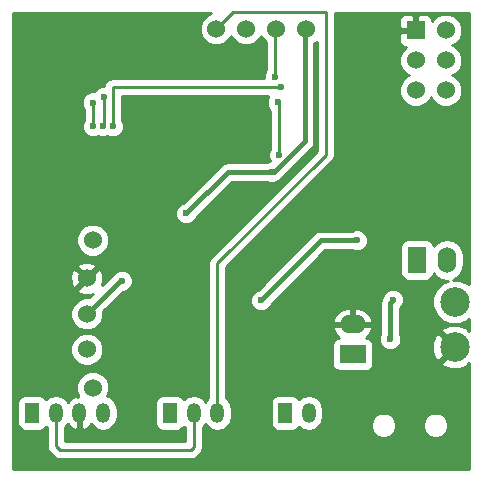
<source format=gbl>
G04 #@! TF.FileFunction,Copper,L2,Bot,Signal*
%FSLAX46Y46*%
G04 Gerber Fmt 4.6, Leading zero omitted, Abs format (unit mm)*
G04 Created by KiCad (PCBNEW 0.201512031508+6343~38~ubuntu14.04.1-stable) date Do 07 Jan 2016 08:44:42 CET*
%MOMM*%
G01*
G04 APERTURE LIST*
%ADD10C,0.150000*%
%ADD11C,1.524000*%
%ADD12R,1.524000X1.524000*%
%ADD13C,2.499360*%
%ADD14R,1.198880X1.699260*%
%ADD15O,1.198880X1.699260*%
%ADD16R,1.524000X2.199640*%
%ADD17O,1.524000X2.199640*%
%ADD18R,2.199640X1.524000*%
%ADD19O,2.199640X1.524000*%
%ADD20C,0.600000*%
%ADD21C,0.400000*%
%ADD22C,0.250000*%
%ADD23C,0.254000*%
G04 APERTURE END LIST*
D10*
D11*
X25527000Y37973000D03*
X22987000Y37973000D03*
X20447000Y37973000D03*
X17907000Y37973000D03*
D12*
X34798000Y37846000D03*
D11*
X37338000Y37846000D03*
X34798000Y35306000D03*
X37338000Y35306000D03*
X34798000Y32766000D03*
X37338000Y32766000D03*
D13*
X38100000Y14859000D03*
X38100000Y11049000D03*
D14*
X2334260Y5461000D03*
D15*
X4333240Y5461000D03*
X6334760Y5461000D03*
X8333740Y5461000D03*
D14*
X14003020Y5461000D03*
D15*
X16002000Y5461000D03*
X18000980Y5461000D03*
D14*
X23764240Y5461000D03*
D15*
X25765760Y5461000D03*
D16*
X34925000Y18415000D03*
D17*
X37465000Y18415000D03*
D18*
X29464000Y10414000D03*
D19*
X29464000Y12954000D03*
D11*
X6964000Y10843000D03*
X6964000Y13843000D03*
X6964000Y16843000D03*
X7464000Y7593000D03*
X7464000Y20093000D03*
D20*
X32893000Y15049500D03*
X32639000Y11684000D03*
X29845000Y20066000D03*
X21717000Y14986000D03*
X22733000Y8890000D03*
X15938500Y18859500D03*
X37592000Y26924000D03*
X31877000Y2667000D03*
X27559000Y21590000D03*
X15748000Y24130000D03*
X3683000Y23241000D03*
X22860000Y33918980D03*
X23368000Y33020000D03*
X9151975Y29719340D03*
X8297434Y29748711D03*
X8382000Y32190031D03*
X7498016Y29717896D03*
X7469966Y31740020D03*
X23114000Y31750000D03*
X23241000Y27305000D03*
X9936500Y16645002D03*
X15367000Y22352000D03*
X22615980Y25883634D03*
D21*
X32639000Y11684000D02*
X32639000Y14795500D01*
X32639000Y14795500D02*
X32893000Y15049500D01*
X21717000Y14986000D02*
X26797000Y20066000D01*
X26797000Y20066000D02*
X29845000Y20066000D01*
D22*
X22860000Y38100000D02*
X22860000Y33918980D01*
X9151975Y29719340D02*
X9151975Y33020000D01*
X9151975Y33020000D02*
X22943736Y33020000D01*
X22943736Y33020000D02*
X23368000Y33020000D01*
X8382000Y29833277D02*
X8297434Y29748711D01*
X8382000Y32190031D02*
X8382000Y29833277D01*
X7469966Y29745946D02*
X7498016Y29717896D01*
X7469966Y31740020D02*
X7469966Y29745946D01*
X17907000Y37973000D02*
X19304000Y39370000D01*
X19304000Y39370000D02*
X27178000Y39370000D01*
X27178000Y39370000D02*
X27178000Y27305000D01*
X27178000Y27305000D02*
X18000980Y18127980D01*
X18000980Y18127980D02*
X18000980Y5461000D01*
X4333240Y5461000D02*
X4333240Y2651760D01*
X4333240Y2651760D02*
X4699000Y2286000D01*
X4699000Y2286000D02*
X15748000Y2286000D01*
X15748000Y2286000D02*
X16002000Y2540000D01*
X16002000Y2540000D02*
X16002000Y5461000D01*
X23241000Y27305000D02*
X23241000Y31623000D01*
X23241000Y31623000D02*
X23114000Y31750000D01*
D21*
X6964000Y13843000D02*
X9766002Y16645002D01*
X9766002Y16645002D02*
X9936500Y16645002D01*
X22615980Y25883634D02*
X18898634Y25883634D01*
X18898634Y25883634D02*
X15367000Y22352000D01*
X22813999Y25862001D02*
X22637613Y25862001D01*
X23113998Y26162000D02*
X22813999Y25862001D01*
X25400000Y38100000D02*
X25400000Y28448002D01*
X22637613Y25862001D02*
X22615980Y25883634D01*
X25400000Y28448002D02*
X23113998Y26162000D01*
D23*
G36*
X17116697Y39158010D02*
X16723371Y38765370D01*
X16510243Y38252100D01*
X16509758Y37696339D01*
X16721990Y37182697D01*
X17114630Y36789371D01*
X17627900Y36576243D01*
X18183661Y36575758D01*
X18697303Y36787990D01*
X19090629Y37180630D01*
X19176949Y37388512D01*
X19261990Y37182697D01*
X19654630Y36789371D01*
X20167900Y36576243D01*
X20723661Y36575758D01*
X21237303Y36787990D01*
X21630629Y37180630D01*
X21716949Y37388512D01*
X21801990Y37182697D01*
X22100000Y36884166D01*
X22100000Y34481443D01*
X22067808Y34449307D01*
X21925162Y34105779D01*
X21924878Y33780000D01*
X9151975Y33780000D01*
X8861136Y33722148D01*
X8614574Y33557401D01*
X8449827Y33310839D01*
X8412862Y33125005D01*
X8196833Y33125193D01*
X7853057Y32983148D01*
X7589808Y32720358D01*
X7570946Y32674933D01*
X7284799Y32675182D01*
X6941023Y32533137D01*
X6677774Y32270347D01*
X6535128Y31926819D01*
X6534804Y31554853D01*
X6676849Y31211077D01*
X6709966Y31177902D01*
X6709966Y30252358D01*
X6705824Y30248223D01*
X6563178Y29904695D01*
X6562854Y29532729D01*
X6704899Y29188953D01*
X6967689Y28925704D01*
X7311217Y28783058D01*
X7683183Y28782734D01*
X7935025Y28886793D01*
X8110635Y28813873D01*
X8482601Y28813549D01*
X8689422Y28899006D01*
X8965176Y28784502D01*
X9337142Y28784178D01*
X9680918Y28926223D01*
X9944167Y29189013D01*
X10086813Y29532541D01*
X10087137Y29904507D01*
X9945092Y30248283D01*
X9911975Y30281458D01*
X9911975Y32260000D01*
X22313367Y32260000D01*
X22179162Y31936799D01*
X22178838Y31564833D01*
X22320883Y31221057D01*
X22481000Y31060660D01*
X22481000Y27867463D01*
X22448808Y27835327D01*
X22306162Y27491799D01*
X22305838Y27119833D01*
X22430310Y26818588D01*
X22188402Y26718634D01*
X18898634Y26718634D01*
X18579094Y26655074D01*
X18308200Y26474068D01*
X15078667Y23244535D01*
X14838057Y23145117D01*
X14574808Y22882327D01*
X14432162Y22538799D01*
X14431838Y22166833D01*
X14573883Y21823057D01*
X14836673Y21559808D01*
X15180201Y21417162D01*
X15552167Y21416838D01*
X15895943Y21558883D01*
X16159192Y21821673D01*
X16259778Y22063910D01*
X19244502Y25048634D01*
X22188746Y25048634D01*
X22429181Y24948796D01*
X22801147Y24948472D01*
X23144923Y25090517D01*
X23168102Y25113656D01*
X23404433Y25271567D01*
X25990434Y27857568D01*
X26090380Y28007148D01*
X26171439Y28128461D01*
X26235000Y28448002D01*
X26235000Y36753983D01*
X26317303Y36787990D01*
X26418000Y36888511D01*
X26418000Y27619802D01*
X17463579Y18665381D01*
X17298832Y18418819D01*
X17240980Y18127980D01*
X17240980Y6688582D01*
X17128099Y6613157D01*
X17001490Y6423673D01*
X16874881Y6613157D01*
X16474400Y6880750D01*
X16002000Y6974716D01*
X15529600Y6880750D01*
X15152375Y6628696D01*
X15066550Y6762071D01*
X14854350Y6907061D01*
X14602460Y6958070D01*
X13403580Y6958070D01*
X13168263Y6913792D01*
X12952139Y6774720D01*
X12807149Y6562520D01*
X12756140Y6310630D01*
X12756140Y4611370D01*
X12800418Y4376053D01*
X12939490Y4159929D01*
X13151690Y4014939D01*
X13403580Y3963930D01*
X14602460Y3963930D01*
X14837777Y4008208D01*
X15053901Y4147280D01*
X15153267Y4292708D01*
X15242000Y4233418D01*
X15242000Y3046000D01*
X5093240Y3046000D01*
X5093240Y4233418D01*
X5206121Y4308843D01*
X5336318Y4503696D01*
X5505803Y4279432D01*
X5925327Y4033101D01*
X6017239Y4017905D01*
X6207760Y4142643D01*
X6207760Y5334000D01*
X6187760Y5334000D01*
X6187760Y5588000D01*
X6207760Y5588000D01*
X6207760Y5608000D01*
X6461760Y5608000D01*
X6461760Y5588000D01*
X6481760Y5588000D01*
X6481760Y5334000D01*
X6461760Y5334000D01*
X6461760Y4142643D01*
X6652281Y4017905D01*
X6744193Y4033101D01*
X7163717Y4279432D01*
X7331854Y4501912D01*
X7460859Y4308843D01*
X7861340Y4041250D01*
X8333740Y3947284D01*
X8806140Y4041250D01*
X9206621Y4308843D01*
X9474214Y4709324D01*
X9568180Y5181724D01*
X9568180Y5740276D01*
X9474214Y6212676D01*
X9206621Y6613157D01*
X8806140Y6880750D01*
X8690453Y6903762D01*
X8860757Y7313900D01*
X8861242Y7869661D01*
X8649010Y8383303D01*
X8256370Y8776629D01*
X7743100Y8989757D01*
X7187339Y8990242D01*
X6673697Y8778010D01*
X6280371Y8385370D01*
X6067243Y7872100D01*
X6066758Y7316339D01*
X6219931Y6945630D01*
X6207758Y6945630D01*
X6207758Y6779358D01*
X6017239Y6904095D01*
X5925327Y6888899D01*
X5505803Y6642568D01*
X5336318Y6418304D01*
X5206121Y6613157D01*
X4805640Y6880750D01*
X4333240Y6974716D01*
X3860840Y6880750D01*
X3483615Y6628696D01*
X3397790Y6762071D01*
X3185590Y6907061D01*
X2933700Y6958070D01*
X1734820Y6958070D01*
X1499503Y6913792D01*
X1283379Y6774720D01*
X1138389Y6562520D01*
X1087380Y6310630D01*
X1087380Y4611370D01*
X1131658Y4376053D01*
X1270730Y4159929D01*
X1482930Y4014939D01*
X1734820Y3963930D01*
X2933700Y3963930D01*
X3169017Y4008208D01*
X3385141Y4147280D01*
X3484507Y4292708D01*
X3573240Y4233418D01*
X3573240Y2651760D01*
X3631092Y2360921D01*
X3795839Y2114359D01*
X4161599Y1748599D01*
X4408161Y1583852D01*
X4699000Y1526000D01*
X15748000Y1526000D01*
X16038839Y1583852D01*
X16285401Y1748599D01*
X16539401Y2002599D01*
X16704148Y2249160D01*
X16762000Y2540000D01*
X16762000Y4233418D01*
X16874881Y4308843D01*
X17001490Y4498327D01*
X17128099Y4308843D01*
X17528580Y4041250D01*
X18000980Y3947284D01*
X18473380Y4041250D01*
X18873861Y4308843D01*
X19141454Y4709324D01*
X19235420Y5181724D01*
X19235420Y5740276D01*
X19141454Y6212676D01*
X19076004Y6310630D01*
X22517360Y6310630D01*
X22517360Y4611370D01*
X22561638Y4376053D01*
X22700710Y4159929D01*
X22912910Y4014939D01*
X23164800Y3963930D01*
X24363680Y3963930D01*
X24598997Y4008208D01*
X24815121Y4147280D01*
X24915284Y4293873D01*
X25293360Y4041250D01*
X25765760Y3947284D01*
X26238160Y4041250D01*
X26463937Y4192110D01*
X31005592Y4192110D01*
X31170362Y3793337D01*
X31475193Y3487974D01*
X31873677Y3322509D01*
X32305150Y3322132D01*
X32703923Y3486902D01*
X33009286Y3791733D01*
X33174751Y4190217D01*
X33174752Y4192110D01*
X35404872Y4192110D01*
X35569642Y3793337D01*
X35874473Y3487974D01*
X36272957Y3322509D01*
X36704430Y3322132D01*
X37103203Y3486902D01*
X37408566Y3791733D01*
X37574031Y4190217D01*
X37574408Y4621690D01*
X37409638Y5020463D01*
X37104807Y5325826D01*
X36706323Y5491291D01*
X36274850Y5491668D01*
X35876077Y5326898D01*
X35570714Y5022067D01*
X35405249Y4623583D01*
X35404872Y4192110D01*
X33174752Y4192110D01*
X33175128Y4621690D01*
X33010358Y5020463D01*
X32705527Y5325826D01*
X32307043Y5491291D01*
X31875570Y5491668D01*
X31476797Y5326898D01*
X31171434Y5022067D01*
X31005969Y4623583D01*
X31005592Y4192110D01*
X26463937Y4192110D01*
X26638641Y4308843D01*
X26906234Y4709324D01*
X27000200Y5181724D01*
X27000200Y5740276D01*
X26906234Y6212676D01*
X26638641Y6613157D01*
X26238160Y6880750D01*
X25765760Y6974716D01*
X25293360Y6880750D01*
X24914358Y6627509D01*
X24827770Y6762071D01*
X24615570Y6907061D01*
X24363680Y6958070D01*
X23164800Y6958070D01*
X22929483Y6913792D01*
X22713359Y6774720D01*
X22568369Y6562520D01*
X22517360Y6310630D01*
X19076004Y6310630D01*
X18873861Y6613157D01*
X18760980Y6688582D01*
X18760980Y11176000D01*
X27716740Y11176000D01*
X27716740Y9652000D01*
X27761018Y9416683D01*
X27900090Y9200559D01*
X28112290Y9055569D01*
X28364180Y9004560D01*
X30563820Y9004560D01*
X30799137Y9048838D01*
X31015261Y9187910D01*
X31160251Y9400110D01*
X31211260Y9652000D01*
X31211260Y11176000D01*
X31166982Y11411317D01*
X31110667Y11498833D01*
X31703838Y11498833D01*
X31845883Y11155057D01*
X32108673Y10891808D01*
X32452201Y10749162D01*
X32824167Y10748838D01*
X33167943Y10890883D01*
X33431192Y11153673D01*
X33522313Y11373117D01*
X36205929Y11373117D01*
X36226072Y10623616D01*
X36474141Y10024725D01*
X36766911Y9895517D01*
X37920395Y11049000D01*
X36766911Y12202483D01*
X36474141Y12073275D01*
X36205929Y11373117D01*
X33522313Y11373117D01*
X33573838Y11497201D01*
X33574162Y11869167D01*
X33474000Y12111578D01*
X33474000Y14308349D01*
X33685192Y14519173D01*
X33827838Y14862701D01*
X33828162Y15234667D01*
X33686117Y15578443D01*
X33423327Y15841692D01*
X33079799Y15984338D01*
X32707833Y15984662D01*
X32364057Y15842617D01*
X32100808Y15579827D01*
X31973887Y15274169D01*
X31867561Y15115041D01*
X31804000Y14795500D01*
X31804000Y12111234D01*
X31704162Y11870799D01*
X31703838Y11498833D01*
X31110667Y11498833D01*
X31027910Y11627441D01*
X30815710Y11772431D01*
X30586133Y11818921D01*
X30879450Y12055974D01*
X31141080Y12536723D01*
X31156040Y12610930D01*
X31033540Y12827000D01*
X29591000Y12827000D01*
X29591000Y12807000D01*
X29337000Y12807000D01*
X29337000Y12827000D01*
X27894460Y12827000D01*
X27771960Y12610930D01*
X27786920Y12536723D01*
X28048550Y12055974D01*
X28341546Y11819181D01*
X28128863Y11779162D01*
X27912739Y11640090D01*
X27767749Y11427890D01*
X27716740Y11176000D01*
X18760980Y11176000D01*
X18760980Y13297070D01*
X27771960Y13297070D01*
X27894460Y13081000D01*
X29337000Y13081000D01*
X29337000Y14351000D01*
X29591000Y14351000D01*
X29591000Y13081000D01*
X31033540Y13081000D01*
X31156040Y13297070D01*
X31141080Y13371277D01*
X30879450Y13852026D01*
X30453761Y14196059D01*
X29928820Y14351000D01*
X29591000Y14351000D01*
X29337000Y14351000D01*
X28999180Y14351000D01*
X28474239Y14196059D01*
X28048550Y13852026D01*
X27786920Y13371277D01*
X27771960Y13297070D01*
X18760980Y13297070D01*
X18760980Y14800833D01*
X20781838Y14800833D01*
X20923883Y14457057D01*
X21186673Y14193808D01*
X21530201Y14051162D01*
X21902167Y14050838D01*
X22245943Y14192883D01*
X22509192Y14455673D01*
X22609778Y14697910D01*
X27142868Y19231000D01*
X29417766Y19231000D01*
X29658201Y19131162D01*
X30030167Y19130838D01*
X30373943Y19272883D01*
X30637192Y19535673D01*
X30779838Y19879201D01*
X30780162Y20251167D01*
X30638117Y20594943D01*
X30375327Y20858192D01*
X30031799Y21000838D01*
X29659833Y21001162D01*
X29417422Y20901000D01*
X26797000Y20901000D01*
X26477459Y20837439D01*
X26206566Y20656434D01*
X21428667Y15878535D01*
X21188057Y15779117D01*
X20924808Y15516327D01*
X20782162Y15172799D01*
X20781838Y14800833D01*
X18760980Y14800833D01*
X18760980Y17813178D01*
X27715401Y26767599D01*
X27880148Y27014161D01*
X27938000Y27305000D01*
X27938000Y35029339D01*
X33400758Y35029339D01*
X33612990Y34515697D01*
X34005630Y34122371D01*
X34213512Y34036051D01*
X34007697Y33951010D01*
X33614371Y33558370D01*
X33401243Y33045100D01*
X33400758Y32489339D01*
X33612990Y31975697D01*
X34005630Y31582371D01*
X34518900Y31369243D01*
X35074661Y31368758D01*
X35588303Y31580990D01*
X35981629Y31973630D01*
X36067949Y32181512D01*
X36152990Y31975697D01*
X36545630Y31582371D01*
X37058900Y31369243D01*
X37614661Y31368758D01*
X38128303Y31580990D01*
X38521629Y31973630D01*
X38734757Y32486900D01*
X38735242Y33042661D01*
X38523010Y33556303D01*
X38130370Y33949629D01*
X37922488Y34035949D01*
X38128303Y34120990D01*
X38521629Y34513630D01*
X38734757Y35026900D01*
X38735242Y35582661D01*
X38523010Y36096303D01*
X38130370Y36489629D01*
X37922488Y36575949D01*
X38128303Y36660990D01*
X38521629Y37053630D01*
X38734757Y37566900D01*
X38735242Y38122661D01*
X38523010Y38636303D01*
X38130370Y39029629D01*
X37617100Y39242757D01*
X37061339Y39243242D01*
X36547697Y39031010D01*
X36195000Y38678928D01*
X36195000Y38734309D01*
X36098327Y38967698D01*
X35919699Y39146327D01*
X35686310Y39243000D01*
X35083750Y39243000D01*
X34925000Y39084250D01*
X34925000Y37973000D01*
X34945000Y37973000D01*
X34945000Y37719000D01*
X34925000Y37719000D01*
X34925000Y37699000D01*
X34671000Y37699000D01*
X34671000Y37719000D01*
X33559750Y37719000D01*
X33401000Y37560250D01*
X33401000Y36957691D01*
X33497673Y36724302D01*
X33676301Y36545673D01*
X33909690Y36449000D01*
X33965614Y36449000D01*
X33614371Y36098370D01*
X33401243Y35585100D01*
X33400758Y35029339D01*
X27938000Y35029339D01*
X27938000Y38734309D01*
X33401000Y38734309D01*
X33401000Y38131750D01*
X33559750Y37973000D01*
X34671000Y37973000D01*
X34671000Y39084250D01*
X34512250Y39243000D01*
X33909690Y39243000D01*
X33676301Y39146327D01*
X33497673Y38967698D01*
X33401000Y38734309D01*
X27938000Y38734309D01*
X27938000Y39290000D01*
X39290000Y39290000D01*
X39290000Y16334590D01*
X39168979Y16455822D01*
X38476531Y16743352D01*
X37955737Y16743806D01*
X37999609Y16752533D01*
X38452828Y17055365D01*
X38755660Y17508584D01*
X38862000Y18043193D01*
X38862000Y18786807D01*
X38755660Y19321416D01*
X38452828Y19774635D01*
X37999609Y20077467D01*
X37465000Y20183807D01*
X36930391Y20077467D01*
X36477172Y19774635D01*
X36327657Y19550870D01*
X36290162Y19750137D01*
X36151090Y19966261D01*
X35938890Y20111251D01*
X35687000Y20162260D01*
X34163000Y20162260D01*
X33927683Y20117982D01*
X33711559Y19978910D01*
X33566569Y19766710D01*
X33515560Y19514820D01*
X33515560Y17315180D01*
X33559838Y17079863D01*
X33698910Y16863739D01*
X33911110Y16718749D01*
X34163000Y16667740D01*
X35687000Y16667740D01*
X35922317Y16712018D01*
X36138441Y16851090D01*
X36283431Y17063290D01*
X36327260Y17279724D01*
X36477172Y17055365D01*
X36930391Y16752533D01*
X37465000Y16646193D01*
X37513270Y16655794D01*
X37033809Y16457686D01*
X36503178Y15927979D01*
X36215648Y15235531D01*
X36214994Y14485759D01*
X36501314Y13792809D01*
X37031021Y13262178D01*
X37723469Y12974648D01*
X38473241Y12973994D01*
X39166191Y13260314D01*
X39290000Y13383907D01*
X39290000Y12418608D01*
X39253482Y12382090D01*
X39124275Y12674859D01*
X38424117Y12943071D01*
X37674616Y12922928D01*
X37075725Y12674859D01*
X36946517Y12382089D01*
X38100000Y11228605D01*
X38114142Y11242748D01*
X38293748Y11063142D01*
X38279605Y11049000D01*
X38293748Y11034858D01*
X38114142Y10855252D01*
X38100000Y10869395D01*
X36946517Y9715911D01*
X37075725Y9423141D01*
X37775883Y9154929D01*
X38525384Y9175072D01*
X39124275Y9423141D01*
X39253482Y9715910D01*
X39290000Y9679392D01*
X39290000Y710000D01*
X710000Y710000D01*
X710000Y10566339D01*
X5566758Y10566339D01*
X5778990Y10052697D01*
X6171630Y9659371D01*
X6684900Y9446243D01*
X7240661Y9445758D01*
X7754303Y9657990D01*
X8147629Y10050630D01*
X8360757Y10563900D01*
X8361242Y11119661D01*
X8149010Y11633303D01*
X7756370Y12026629D01*
X7243100Y12239757D01*
X6687339Y12240242D01*
X6173697Y12028010D01*
X5780371Y11635370D01*
X5567243Y11122100D01*
X5566758Y10566339D01*
X710000Y10566339D01*
X710000Y13566339D01*
X5566758Y13566339D01*
X5778990Y13052697D01*
X6171630Y12659371D01*
X6684900Y12446243D01*
X7240661Y12445758D01*
X7754303Y12657990D01*
X8147629Y13050630D01*
X8360757Y13563900D01*
X8361189Y14059321D01*
X10011804Y15709936D01*
X10121667Y15709840D01*
X10465443Y15851885D01*
X10728692Y16114675D01*
X10871338Y16458203D01*
X10871662Y16830169D01*
X10729617Y17173945D01*
X10466827Y17437194D01*
X10123299Y17579840D01*
X9751333Y17580164D01*
X9407557Y17438119D01*
X9263128Y17293942D01*
X9175568Y17235436D01*
X8260945Y16320813D01*
X8373144Y16635302D01*
X8345362Y17190368D01*
X8186397Y17574143D01*
X7944213Y17643608D01*
X7143605Y16843000D01*
X7157748Y16828857D01*
X6978143Y16649252D01*
X6964000Y16663395D01*
X6163392Y15862787D01*
X6232857Y15620603D01*
X6756302Y15433856D01*
X7311368Y15461638D01*
X7465694Y15525562D01*
X7179944Y15239812D01*
X6687339Y15240242D01*
X6173697Y15028010D01*
X5780371Y14635370D01*
X5567243Y14122100D01*
X5566758Y13566339D01*
X710000Y13566339D01*
X710000Y17050698D01*
X5554856Y17050698D01*
X5582638Y16495632D01*
X5741603Y16111857D01*
X5983787Y16042392D01*
X6784395Y16843000D01*
X5983787Y17643608D01*
X5741603Y17574143D01*
X5554856Y17050698D01*
X710000Y17050698D01*
X710000Y17823213D01*
X6163392Y17823213D01*
X6964000Y17022605D01*
X7764608Y17823213D01*
X7695143Y18065397D01*
X7171698Y18252144D01*
X6616632Y18224362D01*
X6232857Y18065397D01*
X6163392Y17823213D01*
X710000Y17823213D01*
X710000Y19816339D01*
X6066758Y19816339D01*
X6278990Y19302697D01*
X6671630Y18909371D01*
X7184900Y18696243D01*
X7740661Y18695758D01*
X8254303Y18907990D01*
X8647629Y19300630D01*
X8860757Y19813900D01*
X8861242Y20369661D01*
X8649010Y20883303D01*
X8256370Y21276629D01*
X7743100Y21489757D01*
X7187339Y21490242D01*
X6673697Y21278010D01*
X6280371Y20885370D01*
X6067243Y20372100D01*
X6066758Y19816339D01*
X710000Y19816339D01*
X710000Y39290000D01*
X17436138Y39290000D01*
X17116697Y39158010D01*
X17116697Y39158010D01*
G37*
X17116697Y39158010D02*
X16723371Y38765370D01*
X16510243Y38252100D01*
X16509758Y37696339D01*
X16721990Y37182697D01*
X17114630Y36789371D01*
X17627900Y36576243D01*
X18183661Y36575758D01*
X18697303Y36787990D01*
X19090629Y37180630D01*
X19176949Y37388512D01*
X19261990Y37182697D01*
X19654630Y36789371D01*
X20167900Y36576243D01*
X20723661Y36575758D01*
X21237303Y36787990D01*
X21630629Y37180630D01*
X21716949Y37388512D01*
X21801990Y37182697D01*
X22100000Y36884166D01*
X22100000Y34481443D01*
X22067808Y34449307D01*
X21925162Y34105779D01*
X21924878Y33780000D01*
X9151975Y33780000D01*
X8861136Y33722148D01*
X8614574Y33557401D01*
X8449827Y33310839D01*
X8412862Y33125005D01*
X8196833Y33125193D01*
X7853057Y32983148D01*
X7589808Y32720358D01*
X7570946Y32674933D01*
X7284799Y32675182D01*
X6941023Y32533137D01*
X6677774Y32270347D01*
X6535128Y31926819D01*
X6534804Y31554853D01*
X6676849Y31211077D01*
X6709966Y31177902D01*
X6709966Y30252358D01*
X6705824Y30248223D01*
X6563178Y29904695D01*
X6562854Y29532729D01*
X6704899Y29188953D01*
X6967689Y28925704D01*
X7311217Y28783058D01*
X7683183Y28782734D01*
X7935025Y28886793D01*
X8110635Y28813873D01*
X8482601Y28813549D01*
X8689422Y28899006D01*
X8965176Y28784502D01*
X9337142Y28784178D01*
X9680918Y28926223D01*
X9944167Y29189013D01*
X10086813Y29532541D01*
X10087137Y29904507D01*
X9945092Y30248283D01*
X9911975Y30281458D01*
X9911975Y32260000D01*
X22313367Y32260000D01*
X22179162Y31936799D01*
X22178838Y31564833D01*
X22320883Y31221057D01*
X22481000Y31060660D01*
X22481000Y27867463D01*
X22448808Y27835327D01*
X22306162Y27491799D01*
X22305838Y27119833D01*
X22430310Y26818588D01*
X22188402Y26718634D01*
X18898634Y26718634D01*
X18579094Y26655074D01*
X18308200Y26474068D01*
X15078667Y23244535D01*
X14838057Y23145117D01*
X14574808Y22882327D01*
X14432162Y22538799D01*
X14431838Y22166833D01*
X14573883Y21823057D01*
X14836673Y21559808D01*
X15180201Y21417162D01*
X15552167Y21416838D01*
X15895943Y21558883D01*
X16159192Y21821673D01*
X16259778Y22063910D01*
X19244502Y25048634D01*
X22188746Y25048634D01*
X22429181Y24948796D01*
X22801147Y24948472D01*
X23144923Y25090517D01*
X23168102Y25113656D01*
X23404433Y25271567D01*
X25990434Y27857568D01*
X26090380Y28007148D01*
X26171439Y28128461D01*
X26235000Y28448002D01*
X26235000Y36753983D01*
X26317303Y36787990D01*
X26418000Y36888511D01*
X26418000Y27619802D01*
X17463579Y18665381D01*
X17298832Y18418819D01*
X17240980Y18127980D01*
X17240980Y6688582D01*
X17128099Y6613157D01*
X17001490Y6423673D01*
X16874881Y6613157D01*
X16474400Y6880750D01*
X16002000Y6974716D01*
X15529600Y6880750D01*
X15152375Y6628696D01*
X15066550Y6762071D01*
X14854350Y6907061D01*
X14602460Y6958070D01*
X13403580Y6958070D01*
X13168263Y6913792D01*
X12952139Y6774720D01*
X12807149Y6562520D01*
X12756140Y6310630D01*
X12756140Y4611370D01*
X12800418Y4376053D01*
X12939490Y4159929D01*
X13151690Y4014939D01*
X13403580Y3963930D01*
X14602460Y3963930D01*
X14837777Y4008208D01*
X15053901Y4147280D01*
X15153267Y4292708D01*
X15242000Y4233418D01*
X15242000Y3046000D01*
X5093240Y3046000D01*
X5093240Y4233418D01*
X5206121Y4308843D01*
X5336318Y4503696D01*
X5505803Y4279432D01*
X5925327Y4033101D01*
X6017239Y4017905D01*
X6207760Y4142643D01*
X6207760Y5334000D01*
X6187760Y5334000D01*
X6187760Y5588000D01*
X6207760Y5588000D01*
X6207760Y5608000D01*
X6461760Y5608000D01*
X6461760Y5588000D01*
X6481760Y5588000D01*
X6481760Y5334000D01*
X6461760Y5334000D01*
X6461760Y4142643D01*
X6652281Y4017905D01*
X6744193Y4033101D01*
X7163717Y4279432D01*
X7331854Y4501912D01*
X7460859Y4308843D01*
X7861340Y4041250D01*
X8333740Y3947284D01*
X8806140Y4041250D01*
X9206621Y4308843D01*
X9474214Y4709324D01*
X9568180Y5181724D01*
X9568180Y5740276D01*
X9474214Y6212676D01*
X9206621Y6613157D01*
X8806140Y6880750D01*
X8690453Y6903762D01*
X8860757Y7313900D01*
X8861242Y7869661D01*
X8649010Y8383303D01*
X8256370Y8776629D01*
X7743100Y8989757D01*
X7187339Y8990242D01*
X6673697Y8778010D01*
X6280371Y8385370D01*
X6067243Y7872100D01*
X6066758Y7316339D01*
X6219931Y6945630D01*
X6207758Y6945630D01*
X6207758Y6779358D01*
X6017239Y6904095D01*
X5925327Y6888899D01*
X5505803Y6642568D01*
X5336318Y6418304D01*
X5206121Y6613157D01*
X4805640Y6880750D01*
X4333240Y6974716D01*
X3860840Y6880750D01*
X3483615Y6628696D01*
X3397790Y6762071D01*
X3185590Y6907061D01*
X2933700Y6958070D01*
X1734820Y6958070D01*
X1499503Y6913792D01*
X1283379Y6774720D01*
X1138389Y6562520D01*
X1087380Y6310630D01*
X1087380Y4611370D01*
X1131658Y4376053D01*
X1270730Y4159929D01*
X1482930Y4014939D01*
X1734820Y3963930D01*
X2933700Y3963930D01*
X3169017Y4008208D01*
X3385141Y4147280D01*
X3484507Y4292708D01*
X3573240Y4233418D01*
X3573240Y2651760D01*
X3631092Y2360921D01*
X3795839Y2114359D01*
X4161599Y1748599D01*
X4408161Y1583852D01*
X4699000Y1526000D01*
X15748000Y1526000D01*
X16038839Y1583852D01*
X16285401Y1748599D01*
X16539401Y2002599D01*
X16704148Y2249160D01*
X16762000Y2540000D01*
X16762000Y4233418D01*
X16874881Y4308843D01*
X17001490Y4498327D01*
X17128099Y4308843D01*
X17528580Y4041250D01*
X18000980Y3947284D01*
X18473380Y4041250D01*
X18873861Y4308843D01*
X19141454Y4709324D01*
X19235420Y5181724D01*
X19235420Y5740276D01*
X19141454Y6212676D01*
X19076004Y6310630D01*
X22517360Y6310630D01*
X22517360Y4611370D01*
X22561638Y4376053D01*
X22700710Y4159929D01*
X22912910Y4014939D01*
X23164800Y3963930D01*
X24363680Y3963930D01*
X24598997Y4008208D01*
X24815121Y4147280D01*
X24915284Y4293873D01*
X25293360Y4041250D01*
X25765760Y3947284D01*
X26238160Y4041250D01*
X26463937Y4192110D01*
X31005592Y4192110D01*
X31170362Y3793337D01*
X31475193Y3487974D01*
X31873677Y3322509D01*
X32305150Y3322132D01*
X32703923Y3486902D01*
X33009286Y3791733D01*
X33174751Y4190217D01*
X33174752Y4192110D01*
X35404872Y4192110D01*
X35569642Y3793337D01*
X35874473Y3487974D01*
X36272957Y3322509D01*
X36704430Y3322132D01*
X37103203Y3486902D01*
X37408566Y3791733D01*
X37574031Y4190217D01*
X37574408Y4621690D01*
X37409638Y5020463D01*
X37104807Y5325826D01*
X36706323Y5491291D01*
X36274850Y5491668D01*
X35876077Y5326898D01*
X35570714Y5022067D01*
X35405249Y4623583D01*
X35404872Y4192110D01*
X33174752Y4192110D01*
X33175128Y4621690D01*
X33010358Y5020463D01*
X32705527Y5325826D01*
X32307043Y5491291D01*
X31875570Y5491668D01*
X31476797Y5326898D01*
X31171434Y5022067D01*
X31005969Y4623583D01*
X31005592Y4192110D01*
X26463937Y4192110D01*
X26638641Y4308843D01*
X26906234Y4709324D01*
X27000200Y5181724D01*
X27000200Y5740276D01*
X26906234Y6212676D01*
X26638641Y6613157D01*
X26238160Y6880750D01*
X25765760Y6974716D01*
X25293360Y6880750D01*
X24914358Y6627509D01*
X24827770Y6762071D01*
X24615570Y6907061D01*
X24363680Y6958070D01*
X23164800Y6958070D01*
X22929483Y6913792D01*
X22713359Y6774720D01*
X22568369Y6562520D01*
X22517360Y6310630D01*
X19076004Y6310630D01*
X18873861Y6613157D01*
X18760980Y6688582D01*
X18760980Y11176000D01*
X27716740Y11176000D01*
X27716740Y9652000D01*
X27761018Y9416683D01*
X27900090Y9200559D01*
X28112290Y9055569D01*
X28364180Y9004560D01*
X30563820Y9004560D01*
X30799137Y9048838D01*
X31015261Y9187910D01*
X31160251Y9400110D01*
X31211260Y9652000D01*
X31211260Y11176000D01*
X31166982Y11411317D01*
X31110667Y11498833D01*
X31703838Y11498833D01*
X31845883Y11155057D01*
X32108673Y10891808D01*
X32452201Y10749162D01*
X32824167Y10748838D01*
X33167943Y10890883D01*
X33431192Y11153673D01*
X33522313Y11373117D01*
X36205929Y11373117D01*
X36226072Y10623616D01*
X36474141Y10024725D01*
X36766911Y9895517D01*
X37920395Y11049000D01*
X36766911Y12202483D01*
X36474141Y12073275D01*
X36205929Y11373117D01*
X33522313Y11373117D01*
X33573838Y11497201D01*
X33574162Y11869167D01*
X33474000Y12111578D01*
X33474000Y14308349D01*
X33685192Y14519173D01*
X33827838Y14862701D01*
X33828162Y15234667D01*
X33686117Y15578443D01*
X33423327Y15841692D01*
X33079799Y15984338D01*
X32707833Y15984662D01*
X32364057Y15842617D01*
X32100808Y15579827D01*
X31973887Y15274169D01*
X31867561Y15115041D01*
X31804000Y14795500D01*
X31804000Y12111234D01*
X31704162Y11870799D01*
X31703838Y11498833D01*
X31110667Y11498833D01*
X31027910Y11627441D01*
X30815710Y11772431D01*
X30586133Y11818921D01*
X30879450Y12055974D01*
X31141080Y12536723D01*
X31156040Y12610930D01*
X31033540Y12827000D01*
X29591000Y12827000D01*
X29591000Y12807000D01*
X29337000Y12807000D01*
X29337000Y12827000D01*
X27894460Y12827000D01*
X27771960Y12610930D01*
X27786920Y12536723D01*
X28048550Y12055974D01*
X28341546Y11819181D01*
X28128863Y11779162D01*
X27912739Y11640090D01*
X27767749Y11427890D01*
X27716740Y11176000D01*
X18760980Y11176000D01*
X18760980Y13297070D01*
X27771960Y13297070D01*
X27894460Y13081000D01*
X29337000Y13081000D01*
X29337000Y14351000D01*
X29591000Y14351000D01*
X29591000Y13081000D01*
X31033540Y13081000D01*
X31156040Y13297070D01*
X31141080Y13371277D01*
X30879450Y13852026D01*
X30453761Y14196059D01*
X29928820Y14351000D01*
X29591000Y14351000D01*
X29337000Y14351000D01*
X28999180Y14351000D01*
X28474239Y14196059D01*
X28048550Y13852026D01*
X27786920Y13371277D01*
X27771960Y13297070D01*
X18760980Y13297070D01*
X18760980Y14800833D01*
X20781838Y14800833D01*
X20923883Y14457057D01*
X21186673Y14193808D01*
X21530201Y14051162D01*
X21902167Y14050838D01*
X22245943Y14192883D01*
X22509192Y14455673D01*
X22609778Y14697910D01*
X27142868Y19231000D01*
X29417766Y19231000D01*
X29658201Y19131162D01*
X30030167Y19130838D01*
X30373943Y19272883D01*
X30637192Y19535673D01*
X30779838Y19879201D01*
X30780162Y20251167D01*
X30638117Y20594943D01*
X30375327Y20858192D01*
X30031799Y21000838D01*
X29659833Y21001162D01*
X29417422Y20901000D01*
X26797000Y20901000D01*
X26477459Y20837439D01*
X26206566Y20656434D01*
X21428667Y15878535D01*
X21188057Y15779117D01*
X20924808Y15516327D01*
X20782162Y15172799D01*
X20781838Y14800833D01*
X18760980Y14800833D01*
X18760980Y17813178D01*
X27715401Y26767599D01*
X27880148Y27014161D01*
X27938000Y27305000D01*
X27938000Y35029339D01*
X33400758Y35029339D01*
X33612990Y34515697D01*
X34005630Y34122371D01*
X34213512Y34036051D01*
X34007697Y33951010D01*
X33614371Y33558370D01*
X33401243Y33045100D01*
X33400758Y32489339D01*
X33612990Y31975697D01*
X34005630Y31582371D01*
X34518900Y31369243D01*
X35074661Y31368758D01*
X35588303Y31580990D01*
X35981629Y31973630D01*
X36067949Y32181512D01*
X36152990Y31975697D01*
X36545630Y31582371D01*
X37058900Y31369243D01*
X37614661Y31368758D01*
X38128303Y31580990D01*
X38521629Y31973630D01*
X38734757Y32486900D01*
X38735242Y33042661D01*
X38523010Y33556303D01*
X38130370Y33949629D01*
X37922488Y34035949D01*
X38128303Y34120990D01*
X38521629Y34513630D01*
X38734757Y35026900D01*
X38735242Y35582661D01*
X38523010Y36096303D01*
X38130370Y36489629D01*
X37922488Y36575949D01*
X38128303Y36660990D01*
X38521629Y37053630D01*
X38734757Y37566900D01*
X38735242Y38122661D01*
X38523010Y38636303D01*
X38130370Y39029629D01*
X37617100Y39242757D01*
X37061339Y39243242D01*
X36547697Y39031010D01*
X36195000Y38678928D01*
X36195000Y38734309D01*
X36098327Y38967698D01*
X35919699Y39146327D01*
X35686310Y39243000D01*
X35083750Y39243000D01*
X34925000Y39084250D01*
X34925000Y37973000D01*
X34945000Y37973000D01*
X34945000Y37719000D01*
X34925000Y37719000D01*
X34925000Y37699000D01*
X34671000Y37699000D01*
X34671000Y37719000D01*
X33559750Y37719000D01*
X33401000Y37560250D01*
X33401000Y36957691D01*
X33497673Y36724302D01*
X33676301Y36545673D01*
X33909690Y36449000D01*
X33965614Y36449000D01*
X33614371Y36098370D01*
X33401243Y35585100D01*
X33400758Y35029339D01*
X27938000Y35029339D01*
X27938000Y38734309D01*
X33401000Y38734309D01*
X33401000Y38131750D01*
X33559750Y37973000D01*
X34671000Y37973000D01*
X34671000Y39084250D01*
X34512250Y39243000D01*
X33909690Y39243000D01*
X33676301Y39146327D01*
X33497673Y38967698D01*
X33401000Y38734309D01*
X27938000Y38734309D01*
X27938000Y39290000D01*
X39290000Y39290000D01*
X39290000Y16334590D01*
X39168979Y16455822D01*
X38476531Y16743352D01*
X37955737Y16743806D01*
X37999609Y16752533D01*
X38452828Y17055365D01*
X38755660Y17508584D01*
X38862000Y18043193D01*
X38862000Y18786807D01*
X38755660Y19321416D01*
X38452828Y19774635D01*
X37999609Y20077467D01*
X37465000Y20183807D01*
X36930391Y20077467D01*
X36477172Y19774635D01*
X36327657Y19550870D01*
X36290162Y19750137D01*
X36151090Y19966261D01*
X35938890Y20111251D01*
X35687000Y20162260D01*
X34163000Y20162260D01*
X33927683Y20117982D01*
X33711559Y19978910D01*
X33566569Y19766710D01*
X33515560Y19514820D01*
X33515560Y17315180D01*
X33559838Y17079863D01*
X33698910Y16863739D01*
X33911110Y16718749D01*
X34163000Y16667740D01*
X35687000Y16667740D01*
X35922317Y16712018D01*
X36138441Y16851090D01*
X36283431Y17063290D01*
X36327260Y17279724D01*
X36477172Y17055365D01*
X36930391Y16752533D01*
X37465000Y16646193D01*
X37513270Y16655794D01*
X37033809Y16457686D01*
X36503178Y15927979D01*
X36215648Y15235531D01*
X36214994Y14485759D01*
X36501314Y13792809D01*
X37031021Y13262178D01*
X37723469Y12974648D01*
X38473241Y12973994D01*
X39166191Y13260314D01*
X39290000Y13383907D01*
X39290000Y12418608D01*
X39253482Y12382090D01*
X39124275Y12674859D01*
X38424117Y12943071D01*
X37674616Y12922928D01*
X37075725Y12674859D01*
X36946517Y12382089D01*
X38100000Y11228605D01*
X38114142Y11242748D01*
X38293748Y11063142D01*
X38279605Y11049000D01*
X38293748Y11034858D01*
X38114142Y10855252D01*
X38100000Y10869395D01*
X36946517Y9715911D01*
X37075725Y9423141D01*
X37775883Y9154929D01*
X38525384Y9175072D01*
X39124275Y9423141D01*
X39253482Y9715910D01*
X39290000Y9679392D01*
X39290000Y710000D01*
X710000Y710000D01*
X710000Y10566339D01*
X5566758Y10566339D01*
X5778990Y10052697D01*
X6171630Y9659371D01*
X6684900Y9446243D01*
X7240661Y9445758D01*
X7754303Y9657990D01*
X8147629Y10050630D01*
X8360757Y10563900D01*
X8361242Y11119661D01*
X8149010Y11633303D01*
X7756370Y12026629D01*
X7243100Y12239757D01*
X6687339Y12240242D01*
X6173697Y12028010D01*
X5780371Y11635370D01*
X5567243Y11122100D01*
X5566758Y10566339D01*
X710000Y10566339D01*
X710000Y13566339D01*
X5566758Y13566339D01*
X5778990Y13052697D01*
X6171630Y12659371D01*
X6684900Y12446243D01*
X7240661Y12445758D01*
X7754303Y12657990D01*
X8147629Y13050630D01*
X8360757Y13563900D01*
X8361189Y14059321D01*
X10011804Y15709936D01*
X10121667Y15709840D01*
X10465443Y15851885D01*
X10728692Y16114675D01*
X10871338Y16458203D01*
X10871662Y16830169D01*
X10729617Y17173945D01*
X10466827Y17437194D01*
X10123299Y17579840D01*
X9751333Y17580164D01*
X9407557Y17438119D01*
X9263128Y17293942D01*
X9175568Y17235436D01*
X8260945Y16320813D01*
X8373144Y16635302D01*
X8345362Y17190368D01*
X8186397Y17574143D01*
X7944213Y17643608D01*
X7143605Y16843000D01*
X7157748Y16828857D01*
X6978143Y16649252D01*
X6964000Y16663395D01*
X6163392Y15862787D01*
X6232857Y15620603D01*
X6756302Y15433856D01*
X7311368Y15461638D01*
X7465694Y15525562D01*
X7179944Y15239812D01*
X6687339Y15240242D01*
X6173697Y15028010D01*
X5780371Y14635370D01*
X5567243Y14122100D01*
X5566758Y13566339D01*
X710000Y13566339D01*
X710000Y17050698D01*
X5554856Y17050698D01*
X5582638Y16495632D01*
X5741603Y16111857D01*
X5983787Y16042392D01*
X6784395Y16843000D01*
X5983787Y17643608D01*
X5741603Y17574143D01*
X5554856Y17050698D01*
X710000Y17050698D01*
X710000Y17823213D01*
X6163392Y17823213D01*
X6964000Y17022605D01*
X7764608Y17823213D01*
X7695143Y18065397D01*
X7171698Y18252144D01*
X6616632Y18224362D01*
X6232857Y18065397D01*
X6163392Y17823213D01*
X710000Y17823213D01*
X710000Y19816339D01*
X6066758Y19816339D01*
X6278990Y19302697D01*
X6671630Y18909371D01*
X7184900Y18696243D01*
X7740661Y18695758D01*
X8254303Y18907990D01*
X8647629Y19300630D01*
X8860757Y19813900D01*
X8861242Y20369661D01*
X8649010Y20883303D01*
X8256370Y21276629D01*
X7743100Y21489757D01*
X7187339Y21490242D01*
X6673697Y21278010D01*
X6280371Y20885370D01*
X6067243Y20372100D01*
X6066758Y19816339D01*
X710000Y19816339D01*
X710000Y39290000D01*
X17436138Y39290000D01*
X17116697Y39158010D01*
M02*

</source>
